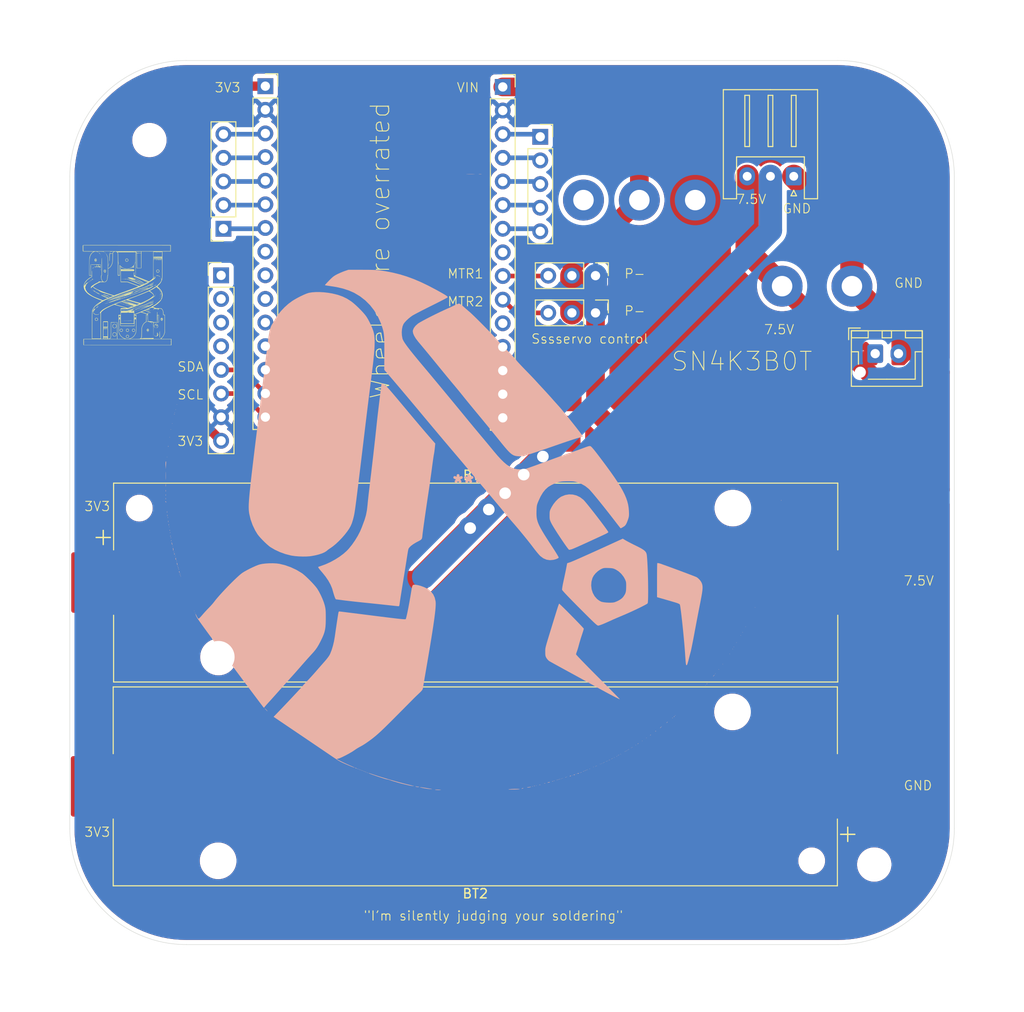
<source format=kicad_pcb>
(kicad_pcb (version 20241229) (generator "pcbnew") (generator_version "9.0")
  (layers (0 "F.Cu" signal) (2 "B.Cu" signal) (13 "F.Paste" user) (15 "B.Paste" user) (5 "F.SilkS" user "F.Silkscreen") (7 "B.SilkS" user "B.Silkscreen") (1 "F.Mask" user) (3 "B.Mask" user) (25 "Edge.Cuts" user))
  (net 0 "")
  (net 1 "GND")
  (net 2 "+7.5V")
  (net 3 "Net-(J2-Pin_5)")
  (net 6 "Net-(J2-Pin_8)")
  (net 9 "Net-(J2-Pin_6)")
  (net 11 "Net-(J3-Pin_3)")
  (net 13 "Net-(J3-Pin_5)")
  (net 14 "Net-(J3-Pin_4)")
  (net 18 "Net-(J3-Pin_2)")
  (net 19 "Net-(J3-Pin_1)")
  (net 21 "Net-(J5-Pin_3)")
  (net 23 "Net-(J5-Pin_7)")
  (net 24 "Net-(J5-Pin_1)")
  (net 25 "Net-(J5-Pin_4)")
  (net 29 "Net-(J5-Pin_5)")
  (net 32 "Net-(J5-Pin_10)")
  (net 33 "Net-(J5-Pin_6)")
  (net 34 "Net-(J5-Pin_9)")
  (net 35 "+3.3V")
  (net 36 "P+")
  (net 37 "P-")
  (footprint "MountingHole:MountingHole_3.2mm_M3" (layer "F.Cu") (at 186.05 61.05)
    (property "Reference" "H7" (hide yes))
    (property "Value" "MountingHole")
    (pad "" np_thru_hole circle (at 0 0) (size 3.2 3.2) (drill 3.2) (layers "*.Cu" "*.Mask"))
  )
  (footprint "Connector_JST:JST_XH_S3B-XH-A_1x03_P2.50mm_Horizontal" (layer "F.Cu") (at 255.25 64.945 180)
    (property "Reference" "J1" (hide yes))
    (property "Value" "Conn_01x03_Socket")
    (pad "1" thru_hole roundrect (at 0 0 180) (size 1.7 1.95) (drill 0.95) (layers "*.Cu" "*.Mask") (roundrect_rratio 0.147059) (net 1 "GND"))
    (pad "2" thru_hole oval (at 2.5 0 180) (size 1.7 1.95) (drill 0.95) (layers "*.Cu" "*.Mask") (net 35 "+3.3V"))
    (pad "3" thru_hole oval (at 5 0 180) (size 1.7 1.95) (drill 0.95) (layers "*.Cu" "*.Mask") (net 2 "+7.5V"))
  )
  (footprint "LOGO" (layer "F.Cu") (at 183.75 78)
    (property "Reference" "G***" (hide yes))
    (property "Value" "LOGO" (hide yes))
  )
  (footprint "Connector_PinHeader_2.54mm:PinHeader_1x03_P2.54mm_Vertical" (layer "F.Cu") (at 233.96 75.62 -90)
    (property "Reference" "J6" (hide yes))
    (property "Value" "Conn_01x03_Pin")
    (pad "1" thru_hole rect (at 0 0 270) (size 1.7 1.7) (drill 1) (layers "*.Cu" "*.Mask") (net 37 "P-"))
    (pad "2" thru_hole circle (at 0 2.54 270) (size 1.7 1.7) (drill 1) (layers "*.Cu" "*.Mask") (net 24 "Net-(J5-Pin_1)"))
    (pad "3" thru_hole circle (at 0 5.08 270) (size 1.7 1.7) (drill 1) (layers "*.Cu" "*.Mask") (net 34 "Net-(J5-Pin_9)"))
  )
  (footprint "MountingHole:MountingHole_2.2mm_M2_Pad" (layer "F.Cu") (at 261.5 76.75 180)
    (property "Reference" "H5" (hide yes))
    (property "Value" "MountingHole_Pad")
    (pad "1" thru_hole circle (at 0 0 180) (size 4.4 4.4) (drill 2.2) (layers "*.Cu" "*.Mask") (net 1 "GND"))
  )
  (footprint "Battery:BatteryHolder_Keystone_1042_1x18650" (layer "F.Cu") (at 221.09 108.6)
    (property "Reference" "BT1" (at 0 -11.53 0) (layer "F.SilkS"))
    (property "Value" "Battery_Cell")
    (fp_text user "+" (at -40 -5 0) (layer "F.SilkS") (effects (font (size 2 2))))
    (pad "" np_thru_hole circle (at -36.13 -8) (size 2.39 2.39) (drill 2.39) (layers "*.Cu" "*.Mask"))
    (pad "" np_thru_hole circle (at -27.62 8) (size 3.45 3.45) (drill 3.45) (layers "*.Cu" "*.Mask"))
    (pad "" np_thru_hole circle (at 27.62 -8) (size 3.45 3.45) (drill 3.45) (layers "*.Cu" "*.Mask"))
    (pad "1" smd roundrect (at -39.69 0) (size 7.5 6.5) (layers "F.Cu" "F.Mask" "F.Paste") (roundrect_rratio 0.038462) (net 35 "+3.3V"))
    (pad "2" smd roundrect (at 39.69 0) (size 7.5 6.5) (layers "F.Cu" "F.Mask" "F.Paste") (roundrect_rratio 0.038462) (net 1 "GND"))
  )
  (footprint "Connector_PinSocket_2.54mm:PinSocket_1x05_P2.54mm_Vertical" (layer "F.Cu") (at 228.025 60.7)
    (property "Reference" "J8" (hide yes))
    (property "Value" "Conn_01x05_Socket")
    (pad "1" thru_hole rect (at 0 0) (size 1.7 1.7) (drill 1) (layers "*.Cu" "*.Mask") (net 21 "Net-(J5-Pin_3)"))
    (pad "2" thru_hole circle (at 0 2.54) (size 1.7 1.7) (drill 1) (layers "*.Cu" "*.Mask") (net 25 "Net-(J5-Pin_4)"))
    (pad "3" thru_hole circle (at 0 5.08) (size 1.7 1.7) (drill 1) (layers "*.Cu" "*.Mask") (net 29 "Net-(J5-Pin_5)"))
    (pad "4" thru_hole circle (at 0 7.62) (size 1.7 1.7) (drill 1) (layers "*.Cu" "*.Mask") (net 33 "Net-(J5-Pin_6)"))
    (pad "5" thru_hole circle (at 0 10.16) (size 1.7 1.7) (drill 1) (layers "*.Cu" "*.Mask") (net 23 "Net-(J5-Pin_7)"))
  )
  (footprint "MountingHole:MountingHole_2.2mm_M2_Pad" (layer "F.Cu") (at 232.668353 67.5 180)
    (property "Reference" "H3" (hide yes))
    (property "Value" "MountingHole_Pad")
    (pad "1" thru_hole circle (at 0 0 180) (size 4.4 4.4) (drill 2.2) (layers "*.Cu" "*.Mask"))
  )
  (footprint "Connector_PinHeader_2.54mm:PinHeader_1x03_P2.54mm_Vertical" (layer "F.Cu") (at 233.96 79.62 -90)
    (property "Reference" "J7" (hide yes))
    (property "Value" "Conn_01x03_Pin")
    (pad "1" thru_hole rect (at 0 0 270) (size 1.7 1.7) (drill 1) (layers "*.Cu" "*.Mask") (net 37 "P-"))
    (pad "2" thru_hole circle (at 0 2.54 270) (size 1.7 1.7) (drill 1) (layers "*.Cu" "*.Mask") (net 24 "Net-(J5-Pin_1)"))
    (pad "3" thru_hole circle (at 0 5.08 270) (size 1.7 1.7) (drill 1) (layers "*.Cu" "*.Mask") (net 32 "Net-(J5-Pin_10)"))
  )
  (footprint "Library:hx-2s-01" (layer "F.Cu") (at 262.25 83.6125 180)
    (property "Reference" "U1" (hide yes))
    (property "Value" "~")
    (pad "1" smd roundrect (at -2.5 -11 180) (size 3.85 3.2) (layers "F.Cu" "F.Mask" "F.Paste") (roundrect_rratio 0.15) (net 1 "GND"))
    (pad "2" smd roundrect (at -2.5 -7 180) (size 3.85 3.2) (layers "F.Cu" "F.Mask" "F.Paste") (roundrect_rratio 0.15) (net 2 "+7.5V"))
    (pad "3" smd roundrect (at 31.5 -9 270) (size 3.85 3.2) (layers "F.Cu" "F.Mask" "F.Paste") (roundrect_rratio 0.15) (net 35 "+3.3V"))
    (pad "4" smd roundrect (at 22 -11.1825 180) (size 1.905 2.635) (layers "F.Cu" "F.Mask" "F.Paste") (roundrect_rratio 0.15) (net 37 "P-"))
    (pad "5" smd roundrect (at 22.02375 -6.8175 180) (size 1.9525 2.635) (layers "F.Cu" "F.Mask" "F.Paste") (roundrect_rratio 0.15) (net 36 "P+"))
  )
  (footprint "MountingHole:MountingHole_3.2mm_M3" (layer "F.Cu") (at 263.9 138.9)
    (property "Reference" "H6" (hide yes))
    (property "Value" "MountingHole")
    (pad "" np_thru_hole circle (at 0 0) (size 3.2 3.2) (drill 3.2) (layers "*.Cu" "*.Mask"))
  )
  (footprint "MountingHole:MountingHole_2.2mm_M2_Pad" (layer "F.Cu") (at 238.668353 67.5 180)
    (property "Reference" "H1" (hide yes))
    (property "Value" "MountingHole_Pad")
    (pad "1" thru_hole circle (at 0 0 180) (size 4.4 4.4) (drill 2.2) (layers "*.Cu" "*.Mask") (net 24 "Net-(J5-Pin_1)"))
  )
  (footprint "MountingHole:MountingHole_2.2mm_M2_Pad" (layer "F.Cu") (at 254 76.75 180)
    (property "Reference" "H4" (hide yes))
    (property "Value" "MountingHole_Pad")
    (pad "1" thru_hole circle (at 0 0 180) (size 4.4 4.4) (drill 2.2) (layers "*.Cu" "*.Mask") (net 2 "+7.5V"))
  )
  (footprint "Connector_PinSocket_2.54mm:PinSocket_1x15_P2.54mm_Vertical" (layer "F.Cu") (at 224 55.34)
    (property "Reference" "J5" (hide yes))
    (property "Value" "Conn_01x15_Socket")
    (pad "1" thru_hole rect (at 0 0) (size 1.7 1.7) (drill 1) (layers "*.Cu" "*.Mask") (net 24 "Net-(J5-Pin_1)"))
    (pad "2" thru_hole circle (at 0 2.54) (size 1.7 1.7) (drill 1) (layers "*.Cu" "*.Mask") (net 37 "P-"))
    (pad "3" thru_hole circle (at 0 5.08) (size 1.7 1.7) (drill 1) (layers "*.Cu" "*.Mask") (net 21 "Net-(J5-Pin_3)"))
    (pad "4" thru_hole circle (at 0 7.62) (size 1.7 1.7) (drill 1) (layers "*.Cu" "*.Mask") (net 25 "Net-(J5-Pin_4)"))
    (pad "5" thru_hole circle (at 0 10.16) (size 1.7 1.7) (drill 1) (layers "*.Cu" "*.Mask") (net 29 "Net-(J5-Pin_5)"))
    (pad "6" thru_hole circle (at 0 12.7) (size 1.7 1.7) (drill 1) (layers "*.Cu" "*.Mask") (net 33 "Net-(J5-Pin_6)"))
    (pad "7" thru_hole circle (at 0 15.24) (size 1.7 1.7) (drill 1) (layers "*.Cu" "*.Mask") (net 23 "Net-(J5-Pin_7)"))
    (pad "8" thru_hole circle (at 0 17.78) (size 1.7 1.7) (drill 1) (layers "*.Cu" "*.Mask"))
    (pad "9" thru_hole circle (at 0 20.32) (size 1.7 1.7) (drill 1) (layers "*.Cu" "*.Mask") (net 34 "Net-(J5-Pin_9)"))
    (pad "10" thru_hole circle (at 0 22.86) (size 1.7 1.7) (drill 1) (layers "*.Cu" "*.Mask") (net 32 "Net-(J5-Pin_10)"))
    (pad "11" thru_hole circle (at 0 25.4) (size 1.7 1.7) (drill 1) (layers "*.Cu" "*.Mask"))
    (pad "12" thru_hole circle (at 0 27.94) (size 1.7 1.7) (drill 1) (layers "*.Cu" "*.Mask"))
    (pad "13" thru_hole circle (at 0 30.48) (size 1.7 1.7) (drill 1) (layers "*.Cu" "*.Mask"))
    (pad "14" thru_hole circle (at 0 33.02) (size 1.7 1.7) (drill 1) (layers "*.Cu" "*.Mask"))
    (pad "15" thru_hole circle (at 0 35.56) (size 1.7 1.7) (drill 1) (layers "*.Cu" "*.Mask"))
  )
  (footprint "Connector_PinSocket_2.54mm:PinSocket_1x05_P2.54mm_Vertical" (layer "F.Cu") (at 194 70.58 180)
    (property "Reference" "J3" (hide yes))
    (property "Value" "Conn_01x05_Socket")
    (pad "1" thru_hole rect (at 0 0 180) (size 1.7 1.7) (drill 1) (layers "*.Cu" "*.Mask") (net 19 "Net-(J3-Pin_1)"))
    (pad "2" thru_hole circle (at 0 2.54 180) (size 1.7 1.7) (drill 1) (layers "*.Cu" "*.Mask") (net 18 "Net-(J3-Pin_2)"))
    (pad "3" thru_hole circle (at 0 5.08 180) (size 1.7 1.7) (drill 1) (layers "*.Cu" "*.Mask") (net 11 "Net-(J3-Pin_3)"))
    (pad "4" thru_hole circle (at 0 7.62 180) (size 1.7 1.7) (drill 1) (layers "*.Cu" "*.Mask") (net 14 "Net-(J3-Pin_4)"))
    (pad "5" thru_hole circle (at 0 10.16 180) (size 1.7 1.7) (drill 1) (layers "*.Cu" "*.Mask") (net 13 "Net-(J3-Pin_5)"))
  )
  (footprint "Battery:BatteryHolder_Keystone_1042_1x18650" (layer "F.Cu") (at 221.05 130.5 180)
    (property "Reference" "BT2" (at 0 -11.53 0) (layer "F.SilkS"))
    (property "Value" "Battery_Cell")
    (fp_text user "+" (at -40 -5 0) (layer "F.SilkS") (effects (font (size 2 2))))
    (pad "" np_thru_hole circle (at -36.13 -8 180) (size 2.39 2.39) (drill 2.39) (layers "*.Cu" "*.Mask"))
    (pad "" np_thru_hole circle (at -27.62 8 180) (size 3.45 3.45) (drill 3.45) (layers "*.Cu" "*.Mask"))
    (pad "" np_thru_hole circle (at 27.62 -8 180) (size 3.45 3.45) (drill 3.45) (layers "*.Cu" "*.Mask"))
    (pad "1" smd roundrect (at -39.69 0 180) (size 7.5 6.5) (layers "F.Cu" "F.Mask" "F.Paste") (roundrect_rratio 0.038462) (net 2 "+7.5V"))
    (pad "2" smd roundrect (at 39.69 0 180) (size 7.5 6.5) (layers "F.Cu" "F.Mask" "F.Paste") (roundrect_rratio 0.038462) (net 35 "+3.3V"))
  )
  (footprint "Connector_PinSocket_2.54mm:PinSocket_1x15_P2.54mm_Vertical" (layer "F.Cu") (at 198.5 55.26)
    (property "Reference" "J4" (hide yes))
    (property "Value" "Conn_01x15_Socket")
    (pad "1" thru_hole rect (at 0 0) (size 1.7 1.7) (drill 1) (layers "*.Cu" "*.Mask") (net 6 "Net-(J2-Pin_8)"))
    (pad "2" thru_hole circle (at 0 2.54) (size 1.7 1.7) (drill 1) (layers "*.Cu" "*.Mask") (net 37 "P-"))
    (pad "3" thru_hole circle (at 0 5.08) (size 1.7 1.7) (drill 1) (layers "*.Cu" "*.Mask") (net 13 "Net-(J3-Pin_5)"))
    (pad "4" thru_hole circle (at 0 7.62) (size 1.7 1.7) (drill 1) (layers "*.Cu" "*.Mask") (net 14 "Net-(J3-Pin_4)"))
    (pad "5" thru_hole circle (at 0 10.16) (size 1.7 1.7) (drill 1) (layers "*.Cu" "*.Mask") (net 11 "Net-(J3-Pin_3)"))
    (pad "6" thru_hole circle (at 0 12.7) (size 1.7 1.7) (drill 1) (layers "*.Cu" "*.Mask") (net 18 "Net-(J3-Pin_2)"))
    (pad "7" thru_hole circle (at 0 15.24) (size 1.7 1.7) (drill 1) (layers "*.Cu" "*.Mask") (net 19 "Net-(J3-Pin_1)"))
    (pad "8" thru_hole circle (at 0 17.78) (size 1.7 1.7) (drill 1) (layers "*.Cu" "*.Mask"))
    (pad "9" thru_hole circle (at 0 20.32) (size 1.7 1.7) (drill 1) (layers "*.Cu" "*.Mask"))
    (pad "10" thru_hole circle (at 0 22.86) (size 1.7 1.7) (drill 1) (layers "*.Cu" "*.Mask"))
    (pad "11" thru_hole circle (at 0 25.4) (size 1.7 1.7) (drill 1) (layers "*.Cu" "*.Mask"))
    (pad "12" thru_hole circle (at 0 27.94) (size 1.7 1.7) (drill 1) (layers "*.Cu" "*.Mask"))
    (pad "13" thru_hole circle (at 0 30.48) (size 1.7 1.7) (drill 1) (layers "*.Cu" "*.Mask"))
    (pad "14" thru_hole circle (at 0 33.02) (size 1.7 1.7) (drill 1) (layers "*.Cu" "*.Mask") (net 3 "Net-(J2-Pin_5)"))
    (pad "15" thru_hole circle (at 0 35.56) (size 1.7 1.7) (drill 1) (layers "*.Cu" "*.Mask") (net 9 "Net-(J2-Pin_6)"))
  )
  (footprint "Connector_JST:JST_XH_B2B-XH-AM_1x02_P2.50mm_Vertical" (layer "F.Cu") (at 264 84)
    (property "Reference" "J9" (hide yes))
    (property "Value" "Conn_01x02_Socket")
    (pad "" np_thru_hole circle (at -1.6 2) (size 1.2 1.2) (drill 1.2) (layers "*.Cu" "*.Mask"))
    (pad "1" thru_hole roundrect (at 0 0) (size 1.7 2) (drill 1) (layers "*.Cu" "*.Mask") (roundrect_rratio 0.147059) (net 2 "+7.5V"))
    (pad "2" thru_hole oval (at 2.5 0) (size 1.7 2) (drill 1) (layers "*.Cu" "*.Mask") (net 1 "GND"))
  )
  (footprint "Connector_PinHeader_2.54mm:PinHeader_1x08_P2.54mm_Vertical" (layer "F.Cu") (at 193.75 75.59)
    (property "Reference" "J2" (hide yes))
    (property "Value" "Conn_01x08_Pin")
    (pad "1" thru_hole rect (at 0 0) (size 1.7 1.7) (drill 1) (layers "*.Cu" "*.Mask"))
    (pad "2" thru_hole circle (at 0 2.54) (size 1.7 1.7) (drill 1) (layers "*.Cu" "*.Mask"))
    (pad "3" thru_hole circle (at 0 5.08) (size 1.7 1.7) (drill 1) (layers "*.Cu" "*.Mask"))
    (pad "4" thru_hole circle (at 0 7.62) (size 1.7 1.7) (drill 1) (layers "*.Cu" "*.Mask"))
    (pad "5" thru_hole circle (at 0 10.16) (size 1.7 1.7) (drill 1) (layers "*.Cu" "*.Mask") (net 3 "Net-(J2-Pin_5)"))
    (pad "6" thru_hole circle (at 0 12.7) (size 1.7 1.7) (drill 1) (layers "*.Cu" "*.Mask") (net 9 "Net-(J2-Pin_6)"))
    (pad "7" thru_hole circle (at 0 15.24) (size 1.7 1.7) (drill 1) (layers "*.Cu" "*.Mask") (net 37 "P-"))
    (pad "8" thru_hole circle (at 0 17.78) (size 1.7 1.7) (drill 1) (layers "*.Cu" "*.Mask") (net 6 "Net-(J2-Pin_8)"))
  )
  (footprint "MountingHole:MountingHole_2.2mm_M2_Pad" (layer "F.Cu") (at 244.668353 67.5 180)
    (property "Reference" "H2" (hide yes))
    (property "Value" "MountingHole_Pad")
    (pad "1" thru_hole circle (at 0 0 180) (size 4.4 4.4) (drill 2.2) (layers "*.Cu" "*.Mask") (net 36 "P+"))
  )
  (footprint "LOGO" (layer "B.Cu") (at 221.09 97.915 180)
    (property "Reference" "G***" (at 0 0 0) (layer "B.SilkS") (effects (font (size 1.5 1.5) (thickness 0.3)) (justify mirror)))
    (property "Value" "LOGO" (hide yes))
  )
  (gr_arc (start 190 147.5) (mid 181.161165 143.838835) (end 177.5 135) (stroke (width 0.05)) (layer "Edge.Cuts"))
  (gr_line (start 177.5 135) (end 177.5 65) (stroke (width 0.05)) (layer "Edge.Cuts"))
  (gr_arc (start 260 52.5) (mid 268.838835 56.161165) (end 272.5 65) (stroke (width 0.05)) (layer "Edge.Cuts"))
  (gr_line (start 272.5 135) (end 272.5 65) (stroke (width 0.05)) (layer "Edge.Cuts"))
  (gr_arc (start 177.5 65) (mid 181.161165 56.161165) (end 190 52.5) (stroke (width 0.05)) (layer "Edge.Cuts"))
  (gr_line (start 260 52.5) (end 190 52.5) (stroke (width 0.05)) (layer "Edge.Cuts"))
  (gr_arc (start 272.5 135) (mid 268.838835 143.838835) (end 260 147.5) (stroke (width 0.05)) (layer "Edge.Cuts"))
  (gr_line (start 260 147.5) (end 190 147.5) (stroke (width 0.05)) (layer "Edge.Cuts"))
  (gr_text "MTR1" (at 218 76 0) (layer "F.SilkS") (effects (font (size 1 1) (thickness 0.1)) (justify left bottom)))
  (gr_text "3V3" (at 193 56 0) (layer "F.SilkS") (effects (font (size 1 1) (thickness 0.1)) (justify left bottom)))
  (gr_text "3V3" (at 189 94 0) (layer "F.SilkS") (effects (font (size 1 1) (thickness 0.1)) (justify left bottom)))
  (gr_text "3V3" (at 179 101 0) (layer "F.SilkS") (effects (font (size 1 1) (thickness 0.1)) (justify left bottom)))
  (gr_text "{dblquote}I'm silently judging your soldering{dblquote}" (at 209 145 0) (layer "F.SilkS") (effects (font (size 1 1) (thickness 0.1)) (justify left bottom)))
  (gr_text "SN4K3B0T" (at 242 86 0) (layer "F.SilkS") (effects (font (size 2 2) (thickness 0.1)) (justify left bottom)))
  (gr_text "GND" (at 254 69 0) (layer "F.SilkS") (effects (font (size 1 1) (thickness 0.1)) (justify left bottom)))
  (gr_text "VIN" (at 219 56 0) (layer "F.SilkS") (effects (font (size 1 1) (thickness 0.1)) (justify left bottom)))
  (gr_text "Sssservo control" (at 227 83 0) (layer "F.SilkS") (effects (font (size 1 1) (thickness 0.1)) (justify left bottom)))
  (gr_text "3V3" (at 179 136 0) (layer "F.SilkS") (effects (font (size 1 1) (thickness 0.1)) (justify left bottom)))
  (gr_text "SDA\n" (at 189 86 0) (layer "F.SilkS") (effects (font (size 1 1) (thickness 0.1)) (justify left bottom)))
  (gr_text "SCL\n" (at 189 89 0) (layer "F.SilkS") (effects (font (size 1 1) (thickness 0.1)) (justify left bottom)))
  (gr_text "Wheels are overrated" (at 212 89 90) (layer "F.SilkS") (effects (font (size 2 2) (thickness 0.1)) (justify left bottom)))
  (gr_text "GND" (at 267 131 0) (layer "F.SilkS") (effects (font (size 1 1) (thickness 0.1)) (justify left bottom)))
  (gr_text "P-" (at 237 80 0) (layer "F.SilkS") (effects (font (size 1 1) (thickness 0.1)) (justify left bottom)))
  (gr_text "SDA\n" (at 201 89 0) (layer "F.SilkS") (effects (font (size 1 1) (thickness 0.1)) (justify left bottom)))
  (gr_text "7.5V" (at 252 82 0) (layer "F.SilkS") (effects (font (size 1 1) (thickness 0.1)) (justify left bottom)))
  (gr_text "P-" (at 237 76 0) (layer "F.SilkS") (effects (font (size 1 1) (thickness 0.1)) (justify left bottom)))
  (gr_text "SCL\n" (at 201 92 0) (layer "F.SilkS") (effects (font (size 1 1) (thickness 0.1)) (justify left bottom)))
  (gr_text "MTR2" (at 218 79 0) (layer "F.SilkS") (effects (font (size 1 1) (thickness 0.1)) (justify left bottom)))
  (gr_text "7.5V" (at 249 68 0) (layer "F.SilkS") (effects (font (size 1 1) (thickness 0.1)) (justify left bottom)))
  (gr_text "GND" (at 266 77 0) (layer "F.SilkS") (effects (font (size 1 1) (thickness 0.1)) (justify left bottom)))
  (gr_text "7.5V" (at 267 109 0) (layer "F.SilkS") (effects (font (size 1 1) (thickness 0.1)) (justify left bottom)))
  (segment (start 266 85) (end 266 84.5) (width 0.5) (layer "F.Cu") (net 1))
  (segment (start 266 84.5) (end 266.5 84) (width 0.5) (layer "F.Cu") (net 1))
  (segment (start 267 85) (end 268.375 83.625) (width 0.5) (layer "F.Cu") (net 1))
  (segment (start 263.15 108.6) (end 260.78 108.6) (width 2) (layer "F.Cu") (net 1))
  (segment (start 260.78 108.6) (end 260.78 98.5825) (width 2.5) (layer "F.Cu") (net 1))
  (segment (start 266.375 81.625) (end 261.5 76.75) (width 2.5) (layer "F.Cu") (net 1))
  (segment (start 268.375 83.625) (end 267.375 82.625) (width 2.5) (layer "F.Cu") (net 1))
  (segment (start 260.78 98.5825) (end 264.75 94.6125) (width 2.5) (layer "F.Cu") (net 1))
  (segment (start 260.78 108.6) (end 270.75 98.63) (width 2.5) (layer "F.Cu") (net 1))
  (segment (start 268.875 84.125) (end 268.375 83.625) (width 2.5) (layer "F.Cu") (net 1))
  (segment (start 261.5 76.75) (end 261.5 71.195) (width 2.5) (layer "F.Cu") (net 1))
  (segment (start 261.5 71.195) (end 255.25 64.945) (width 2.5) (layer "F.Cu") (net 1))
  (segment (start 266 82) (end 266.375 81.625) (width 0.5) (layer "F.Cu") (net 1))
  (segment (start 270.75 86) (end 268.875 84.125) (width 2.5) (layer "F.Cu") (net 1))
  (segment (start 267 84) (end 267.375 83.625) (width 0.5) (layer "F.Cu") (net 1))
  (segment (start 267.875 84.125) (end 268.875 84.125) (width 0.5) (layer "F.Cu") (net 1))
  (segment (start 270.75 98.63) (end 270.75 86) (width 2.5) (layer "F.Cu") (net 1))
  (segment (start 266 84) (end 267.375 82.625) (width 0.5) (layer "F.Cu") (net 1))
  (segment (start 266 84) (end 266 82) (width 0.5) (layer "F.Cu") (net 1))
  (segment (start 267.375 83.625) (end 267.375 82.625) (width 0.5) (layer "F.Cu") (net 1))
  (segment (start 267 85) (end 267.875 84.125) (width 0.5) (layer "F.Cu") (net 1))
  (segment (start 266 85) (end 267 85) (width 0.5) (layer "F.Cu") (net 1))
  (segment (start 264 84) (end 263.101 84.899) (width 0.5) (layer "F.Cu") (net 2))
  (segment (start 262 84) (end 261.625 84.375) (width 0.5) (layer "F.Cu") (net 2))
  (segment (start 263.375 84.375) (end 263 84.375) (width 0.5) (layer "F.Cu") (net 2))
  (segment (start 261.625 84.375) (end 254 76.75) (width 2) (layer "F.Cu") (net 2))
  (segment (start 263 83) (end 261.625 84.375) (width 0.5) (layer "F.Cu") (net 2))
  (segment (start 263 84.375) (end 261.625 84.375) (width 0.5) (layer "F.Cu") (net 2))
  (segment (start 263 84) (end 262 84) (width 0.5) (layer "F.Cu") (net 2))
  (segment (start 250.25 73) (end 250.25 64.945) (width 2.5) (layer "F.Cu") (net 2))
  (segment (start 260.74 130.5) (end 252 121.76) (width 2.5) (layer "F.Cu") (net 2))
  (segment (start 263.101 84.899) (end 262.625 84.899) (width 0.5) (layer "F.Cu") (net 2))
  (segment (start 264.75 87.5) (end 261.625 84.375) (width 2) (layer "F.Cu") (net 2))
  (segment (start 262.825001 90.6125) (end 264.75 90.6125) (width 2.5) (layer "F.Cu") (net 2))
  (segment (start 252 101.437501) (end 262.825001 90.6125) (width 2.5) (layer "F.Cu") (net 2))
  (segment (start 252 121.76) (end 252 101.437501) (width 2.5) (layer "F.Cu") (net 2))
  (segment (start 264 85) (end 263.375 84.375) (width 0.5) (layer "F.Cu") (net 2))
  (segment (start 254 76.75) (end 250.25 73) (width 2.5) (layer "F.Cu") (net 2))
  (segment (start 263 83) (end 264 84) (width 0.5) (layer "F.Cu") (net 2))
  (segment (start 264.75 90.6125) (end 264.75 87.5) (width 2) (layer "F.Cu") (net 2))
  (segment (start 263 83) (end 263 84) (width 0.5) (layer "F.Cu") (net 2))
  (segment (start 263 84) (end 263 84.375) (width 0.5) (layer "F.Cu") (net 2))
  (segment (start 195.97 85.75) (end 193.75 85.75) (width 0.5) (layer "F.Cu") (net 3))
  (segment (start 198.5 88.28) (end 195.97 85.75) (width 0.5) (layer "F.Cu") (net 3))
  (segment (start 194.74 55.26) (end 198.5 55.26) (width 1) (layer "F.Cu") (net 6))
  (segment (start 193.75 93.37) (end 190 89.62) (width 1) (layer "F.Cu") (net 6))
  (segment (start 190 60) (end 194.74 55.26) (width 1) (layer "F.Cu") (net 6))
  (segment (start 190 89.62) (end 190 60) (width 1) (layer "F.Cu") (net 6))
  (segment (start 195.97 88.29) (end 193.75 88.29) (width 0.5) (layer "F.Cu") (net 9))
  (segment (start 198.5 90.82) (end 195.97 88.29) (width 0.5) (layer "F.Cu") (net 9))
  (segment (start 198.42 65.5) (end 198.5 65.42) (width 0.5) (layer "B.Cu") (net 11))
  (segment (start 194 65.5) (end 198.42 65.5) (width 0.5) (layer "B.Cu") (net 11))
  (segment (start 198.42 60.42) (end 198.5 60.34) (width 0.5) (layer "B.Cu") (net 13))
  (segment (start 194 60.42) (end 198.42 60.42) (width 0.5) (layer "B.Cu") (net 13))
  (segment (start 198.42 62.96) (end 198.5 62.88) (width 0.5) (layer "B.Cu") (net 14))
  (segment (start 194 62.96) (end 198.42 62.96) (width 0.5) (layer "B.Cu") (net 14))
  (segment (start 194 68.04) (end 198.42 68.04) (width 0.5) (layer "B.Cu") (net 18))
  (segment (start 198.42 68.04) (end 198.5 67.96) (width 0.5) (layer "B.Cu") (net 18))
  (segment (start 194 70.58) (end 198.42 70.58) (width 0.5) (layer "B.Cu") (net 19))
  (segment (start 198.42 70.58) (end 198.5 70.5) (width 0.5) (layer "B.Cu") (net 19))
  (segment (start 224 60.42) (end 227.745 60.42) (width 0.5) (layer "B.Cu") (net 21))
  (segment (start 227.745 60.42) (end 228.025 60.7) (width 0.5) (layer "B.Cu") (net 21))
  (segment (start 224 70.58) (end 227.745 70.58) (width 0.5) (layer "B.Cu") (net 23))
  (segment (start 227.745 70.58) (end 228.025 70.86) (width 0.5) (layer "B.Cu") (net 23))
  (segment (start 231.42 75.62) (end 231.42 79.62) (width 2.5) (layer "F.Cu") (net 24))
  (segment (start 230.34 55.34) (end 238.668353 63.668353) (width 2) (layer "F.Cu") (net 24))
  (segment (start 238.668353 63.668353) (end 238.668353 67.5) (width 2) (layer "F.Cu") (net 24))
  (segment (start 231.42 75.62) (end 231.42 74.748353) (width 2) (layer "F.Cu") (net 24))
  (segment (start 231.42 79.62) (end 231.42 78.97) (width 0.5) (layer "F.Cu") (net 24))
  (segment (start 224 55.34) (end 230.34 55.34) (width 2) (layer "F.Cu") (net 24))
  (segment (start 231.42 74.748353) (end 238.668353 67.5) (width 2) (layer "F.Cu") (net 24))
  (segment (start 227.745 62.96) (end 228.025 63.24) (width 0.5) (layer "B.Cu") (net 25))
  (segment (start 224 62.96) (end 227.745 62.96) (width 0.5) (layer "B.Cu") (net 25))
  (segment (start 227.745 65.5) (end 228.025 65.78) (width 0.5) (layer "B.Cu") (net 29))
  (segment (start 224 65.5) (end 227.745 65.5) (width 0.5) (layer "B.Cu") (net 29))
  (segment (start 225.42 79.62) (end 228.88 79.62) (width 0.5) (layer "F.Cu") (net 32))
  (segment (start 224 78.2) (end 225.42 79.62) (width 0.5) (layer "F.Cu") (net 32))
  (segment (start 227.745 68.04) (end 228.025 68.32) (width 0.5) (layer "B.Cu") (net 33))
  (segment (start 224 68.04) (end 227.745 68.04) (width 0.5) (layer "B.Cu") (net 33))
  (segment (start 228.5 76) (end 228.88 75.62) (width 0.5) (layer "F.Cu") (net 34))
  (segment (start 228.84 75.66) (end 228.88 75.62) (width 0.5) (layer "F.Cu") (net 34))
  (segment (start 224 75.66) (end 228.84 75.66) (width 0.5) (layer "F.Cu") (net 34))
  (segment (start 228.30625 95.05625) (end 230.75 92.6125) (width 2.5) (layer "F.Cu") (net 35))
  (segment (start 181.4 108.6) (end 214.7625 108.6) (width 2.5) (layer "F.Cu") (net 35))
  (segment (start 214.7625 108.6) (end 228.30625 95.05625) (width 2.5) (layer "F.Cu") (net 35))
  (segment (start 181.36 130.5) (end 181.36 108.64) (width 2.5) (layer "F.Cu") (net 35))
  (segment (start 181.36 108.64) (end 181.4 108.6) (width 2.5) (layer "F.Cu") (net 35))
  (via (at 222.5 100.75) (size 2.5) (drill 1.25) (layers "F.Cu" "B.Cu") (net 35))
  (via (at 228.30625 95.05625) (size 2.5) (drill 1.25) (layers "F.Cu" "B.Cu") (net 35))
  (via (at 224.25 99) (size 2.5) (drill 1.25) (layers "F.Cu" "B.Cu") (net 35))
  (via (at 226.25 97) (size 2.5) (drill 1.25) (layers "F.Cu" "B.Cu") (net 35))
  (via (at 220.5 102.75) (size 2.5) (drill 1.25) (layers "F.Cu" "B.Cu") (net 35))
  (segment (start 252.75 64.945) (end 252.75 70.75) (width 2.5) (layer "B.Cu") (net 35))
  (segment (start 252.75 70.75) (end 215.5 108) (width 2.5) (layer "B.Cu") (net 35))
  (segment (start 240.25 94.795) (end 238.545 94.795) (width 2) (layer "F.Cu") (net 37))
  (segment (start 238.545 94.795) (end 233.96 90.21) (width 2) (layer "F.Cu") (net 37))
  (segment (start 233.96 90.21) (end 233.96 79.62) (width 2) (layer "F.Cu") (net 37))
  (segment (start 233.96 79.62) (end 233.96 75.62) (width 2.5) (layer "B.Cu") (net 37))
  (zone (net 36) (net_name "P+") (layer "F.Cu") (connect_pads (clearance 0.5)) (min_thickness 0.25) (fill yes (thermal_gap 0.5) (thermal_bridge_width 0.5))
    (polygon (pts (xy 170 46) (xy 265 46) (xy 280 61) (xy 280 149.25) (xy 277.75 151.5) (xy 172.75 151.5) (xy 170 148.75)))
  )
  (zone (net 37) (net_name "P-") (layer "B.Cu") (priority 1) (connect_pads (clearance 0.5)) (min_thickness 0.25) (fill yes (thermal_gap 0.5) (thermal_bridge_width 0.5))
    (polygon (pts (xy 170.25 46.25) (xy 279.5 46.25) (xy 279.5 145.75) (xy 270.5 154.75) (xy 171 154.75) (xy 170.25 154)))
  )
)
</source>
